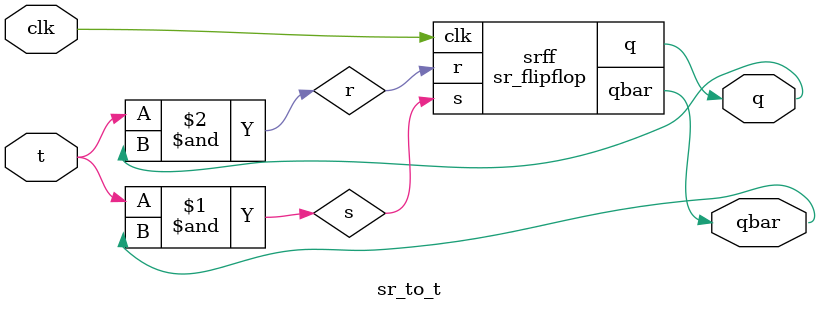
<source format=v>
module sr_flipflop( input clk, s, r,output reg q, qbar);

    always @(posedge clk) 
    begin
        q=1'b0;
        qbar = 1'b1;
        
        case ({s, r})
            2'b00: begin
                q <= q;
                qbar <= qbar;end
            2'b01: begin
                q <= 1'b0;
                qbar <= 1'b1;end
            2'b10: begin
                q <= 1'b1;
                qbar <= 1'b0;end
            2'b11: begin
                q <= 1'b1;
                qbar <= 1'b0;end
        endcase
    end
endmodule

module sr_to_t(
    input clk,t,
    output q, qbar);

    wire s, r;
    
    assign s = t & qbar;
    assign r = t & q;

    sr_flipflop srff (clk, s, r, q, qbar);

endmodule
</source>
